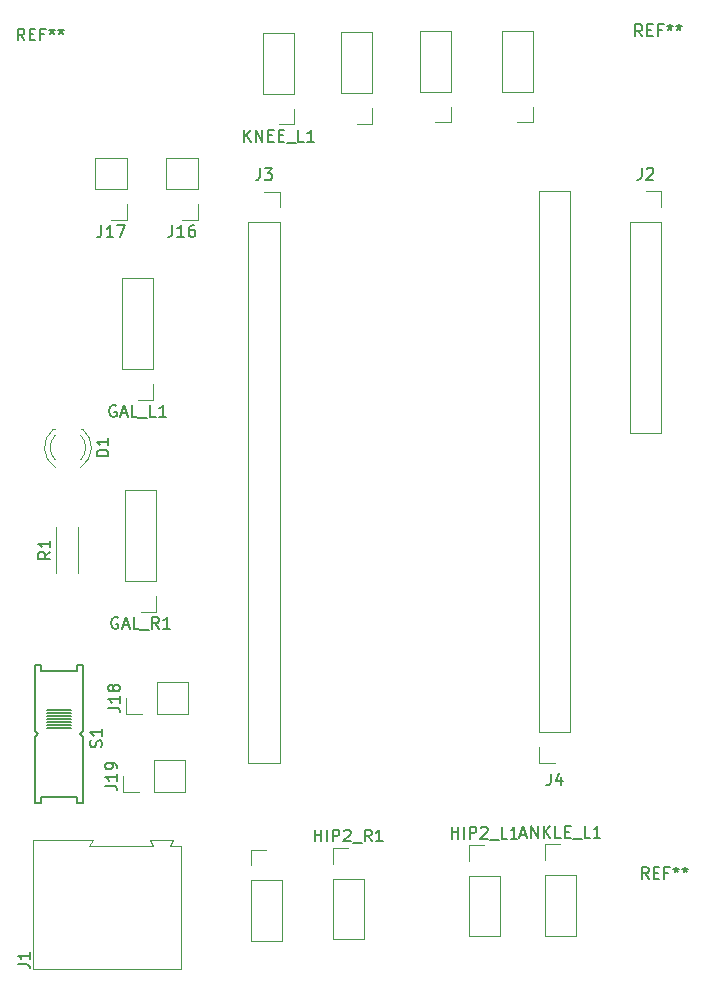
<source format=gbr>
%TF.GenerationSoftware,KiCad,Pcbnew,7.0.1*%
%TF.CreationDate,2023-10-13T19:27:18+02:00*%
%TF.ProjectId,PCB_ESP32,5043425f-4553-4503-9332-2e6b69636164,rev?*%
%TF.SameCoordinates,Original*%
%TF.FileFunction,Legend,Top*%
%TF.FilePolarity,Positive*%
%FSLAX46Y46*%
G04 Gerber Fmt 4.6, Leading zero omitted, Abs format (unit mm)*
G04 Created by KiCad (PCBNEW 7.0.1) date 2023-10-13 19:27:18*
%MOMM*%
%LPD*%
G01*
G04 APERTURE LIST*
%ADD10C,0.150000*%
%ADD11C,0.120000*%
%ADD12C,0.127000*%
G04 APERTURE END LIST*
D10*
%TO.C,J17*%
X103540476Y-106017619D02*
X103540476Y-106731904D01*
X103540476Y-106731904D02*
X103492857Y-106874761D01*
X103492857Y-106874761D02*
X103397619Y-106970000D01*
X103397619Y-106970000D02*
X103254762Y-107017619D01*
X103254762Y-107017619D02*
X103159524Y-107017619D01*
X104540476Y-107017619D02*
X103969048Y-107017619D01*
X104254762Y-107017619D02*
X104254762Y-106017619D01*
X104254762Y-106017619D02*
X104159524Y-106160476D01*
X104159524Y-106160476D02*
X104064286Y-106255714D01*
X104064286Y-106255714D02*
X103969048Y-106303333D01*
X104873810Y-106017619D02*
X105540476Y-106017619D01*
X105540476Y-106017619D02*
X105111905Y-107017619D01*
%TO.C,KNEE_L1*%
X115597619Y-98932619D02*
X115597619Y-97932619D01*
X116169047Y-98932619D02*
X115740476Y-98361190D01*
X116169047Y-97932619D02*
X115597619Y-98504047D01*
X116597619Y-98932619D02*
X116597619Y-97932619D01*
X116597619Y-97932619D02*
X117169047Y-98932619D01*
X117169047Y-98932619D02*
X117169047Y-97932619D01*
X117645238Y-98408809D02*
X117978571Y-98408809D01*
X118121428Y-98932619D02*
X117645238Y-98932619D01*
X117645238Y-98932619D02*
X117645238Y-97932619D01*
X117645238Y-97932619D02*
X118121428Y-97932619D01*
X118550000Y-98408809D02*
X118883333Y-98408809D01*
X119026190Y-98932619D02*
X118550000Y-98932619D01*
X118550000Y-98932619D02*
X118550000Y-97932619D01*
X118550000Y-97932619D02*
X119026190Y-97932619D01*
X119216667Y-99027857D02*
X119978571Y-99027857D01*
X120692857Y-98932619D02*
X120216667Y-98932619D01*
X120216667Y-98932619D02*
X120216667Y-97932619D01*
X121550000Y-98932619D02*
X120978572Y-98932619D01*
X121264286Y-98932619D02*
X121264286Y-97932619D01*
X121264286Y-97932619D02*
X121169048Y-98075476D01*
X121169048Y-98075476D02*
X121073810Y-98170714D01*
X121073810Y-98170714D02*
X120978572Y-98218333D01*
%TO.C,GAL_R1*%
X104921428Y-139230238D02*
X104826190Y-139182619D01*
X104826190Y-139182619D02*
X104683333Y-139182619D01*
X104683333Y-139182619D02*
X104540476Y-139230238D01*
X104540476Y-139230238D02*
X104445238Y-139325476D01*
X104445238Y-139325476D02*
X104397619Y-139420714D01*
X104397619Y-139420714D02*
X104350000Y-139611190D01*
X104350000Y-139611190D02*
X104350000Y-139754047D01*
X104350000Y-139754047D02*
X104397619Y-139944523D01*
X104397619Y-139944523D02*
X104445238Y-140039761D01*
X104445238Y-140039761D02*
X104540476Y-140135000D01*
X104540476Y-140135000D02*
X104683333Y-140182619D01*
X104683333Y-140182619D02*
X104778571Y-140182619D01*
X104778571Y-140182619D02*
X104921428Y-140135000D01*
X104921428Y-140135000D02*
X104969047Y-140087380D01*
X104969047Y-140087380D02*
X104969047Y-139754047D01*
X104969047Y-139754047D02*
X104778571Y-139754047D01*
X105350000Y-139896904D02*
X105826190Y-139896904D01*
X105254762Y-140182619D02*
X105588095Y-139182619D01*
X105588095Y-139182619D02*
X105921428Y-140182619D01*
X106730952Y-140182619D02*
X106254762Y-140182619D01*
X106254762Y-140182619D02*
X106254762Y-139182619D01*
X106826191Y-140277857D02*
X107588095Y-140277857D01*
X108397619Y-140182619D02*
X108064286Y-139706428D01*
X107826191Y-140182619D02*
X107826191Y-139182619D01*
X107826191Y-139182619D02*
X108207143Y-139182619D01*
X108207143Y-139182619D02*
X108302381Y-139230238D01*
X108302381Y-139230238D02*
X108350000Y-139277857D01*
X108350000Y-139277857D02*
X108397619Y-139373095D01*
X108397619Y-139373095D02*
X108397619Y-139515952D01*
X108397619Y-139515952D02*
X108350000Y-139611190D01*
X108350000Y-139611190D02*
X108302381Y-139658809D01*
X108302381Y-139658809D02*
X108207143Y-139706428D01*
X108207143Y-139706428D02*
X107826191Y-139706428D01*
X109350000Y-140182619D02*
X108778572Y-140182619D01*
X109064286Y-140182619D02*
X109064286Y-139182619D01*
X109064286Y-139182619D02*
X108969048Y-139325476D01*
X108969048Y-139325476D02*
X108873810Y-139420714D01*
X108873810Y-139420714D02*
X108778572Y-139468333D01*
%TO.C,J18*%
X104107619Y-146859523D02*
X104821904Y-146859523D01*
X104821904Y-146859523D02*
X104964761Y-146907142D01*
X104964761Y-146907142D02*
X105060000Y-147002380D01*
X105060000Y-147002380D02*
X105107619Y-147145237D01*
X105107619Y-147145237D02*
X105107619Y-147240475D01*
X105107619Y-145859523D02*
X105107619Y-146430951D01*
X105107619Y-146145237D02*
X104107619Y-146145237D01*
X104107619Y-146145237D02*
X104250476Y-146240475D01*
X104250476Y-146240475D02*
X104345714Y-146335713D01*
X104345714Y-146335713D02*
X104393333Y-146430951D01*
X104536190Y-145288094D02*
X104488571Y-145383332D01*
X104488571Y-145383332D02*
X104440952Y-145430951D01*
X104440952Y-145430951D02*
X104345714Y-145478570D01*
X104345714Y-145478570D02*
X104298095Y-145478570D01*
X104298095Y-145478570D02*
X104202857Y-145430951D01*
X104202857Y-145430951D02*
X104155238Y-145383332D01*
X104155238Y-145383332D02*
X104107619Y-145288094D01*
X104107619Y-145288094D02*
X104107619Y-145097618D01*
X104107619Y-145097618D02*
X104155238Y-145002380D01*
X104155238Y-145002380D02*
X104202857Y-144954761D01*
X104202857Y-144954761D02*
X104298095Y-144907142D01*
X104298095Y-144907142D02*
X104345714Y-144907142D01*
X104345714Y-144907142D02*
X104440952Y-144954761D01*
X104440952Y-144954761D02*
X104488571Y-145002380D01*
X104488571Y-145002380D02*
X104536190Y-145097618D01*
X104536190Y-145097618D02*
X104536190Y-145288094D01*
X104536190Y-145288094D02*
X104583809Y-145383332D01*
X104583809Y-145383332D02*
X104631428Y-145430951D01*
X104631428Y-145430951D02*
X104726666Y-145478570D01*
X104726666Y-145478570D02*
X104917142Y-145478570D01*
X104917142Y-145478570D02*
X105012380Y-145430951D01*
X105012380Y-145430951D02*
X105060000Y-145383332D01*
X105060000Y-145383332D02*
X105107619Y-145288094D01*
X105107619Y-145288094D02*
X105107619Y-145097618D01*
X105107619Y-145097618D02*
X105060000Y-145002380D01*
X105060000Y-145002380D02*
X105012380Y-144954761D01*
X105012380Y-144954761D02*
X104917142Y-144907142D01*
X104917142Y-144907142D02*
X104726666Y-144907142D01*
X104726666Y-144907142D02*
X104631428Y-144954761D01*
X104631428Y-144954761D02*
X104583809Y-145002380D01*
X104583809Y-145002380D02*
X104536190Y-145097618D01*
%TO.C,HIP2_L1*%
X133188095Y-157932619D02*
X133188095Y-156932619D01*
X133188095Y-157408809D02*
X133759523Y-157408809D01*
X133759523Y-157932619D02*
X133759523Y-156932619D01*
X134235714Y-157932619D02*
X134235714Y-156932619D01*
X134711904Y-157932619D02*
X134711904Y-156932619D01*
X134711904Y-156932619D02*
X135092856Y-156932619D01*
X135092856Y-156932619D02*
X135188094Y-156980238D01*
X135188094Y-156980238D02*
X135235713Y-157027857D01*
X135235713Y-157027857D02*
X135283332Y-157123095D01*
X135283332Y-157123095D02*
X135283332Y-157265952D01*
X135283332Y-157265952D02*
X135235713Y-157361190D01*
X135235713Y-157361190D02*
X135188094Y-157408809D01*
X135188094Y-157408809D02*
X135092856Y-157456428D01*
X135092856Y-157456428D02*
X134711904Y-157456428D01*
X135664285Y-157027857D02*
X135711904Y-156980238D01*
X135711904Y-156980238D02*
X135807142Y-156932619D01*
X135807142Y-156932619D02*
X136045237Y-156932619D01*
X136045237Y-156932619D02*
X136140475Y-156980238D01*
X136140475Y-156980238D02*
X136188094Y-157027857D01*
X136188094Y-157027857D02*
X136235713Y-157123095D01*
X136235713Y-157123095D02*
X136235713Y-157218333D01*
X136235713Y-157218333D02*
X136188094Y-157361190D01*
X136188094Y-157361190D02*
X135616666Y-157932619D01*
X135616666Y-157932619D02*
X136235713Y-157932619D01*
X136426190Y-158027857D02*
X137188094Y-158027857D01*
X137902380Y-157932619D02*
X137426190Y-157932619D01*
X137426190Y-157932619D02*
X137426190Y-156932619D01*
X138759523Y-157932619D02*
X138188095Y-157932619D01*
X138473809Y-157932619D02*
X138473809Y-156932619D01*
X138473809Y-156932619D02*
X138378571Y-157075476D01*
X138378571Y-157075476D02*
X138283333Y-157170714D01*
X138283333Y-157170714D02*
X138188095Y-157218333D01*
%TO.C,J16*%
X109540476Y-105992619D02*
X109540476Y-106706904D01*
X109540476Y-106706904D02*
X109492857Y-106849761D01*
X109492857Y-106849761D02*
X109397619Y-106945000D01*
X109397619Y-106945000D02*
X109254762Y-106992619D01*
X109254762Y-106992619D02*
X109159524Y-106992619D01*
X110540476Y-106992619D02*
X109969048Y-106992619D01*
X110254762Y-106992619D02*
X110254762Y-105992619D01*
X110254762Y-105992619D02*
X110159524Y-106135476D01*
X110159524Y-106135476D02*
X110064286Y-106230714D01*
X110064286Y-106230714D02*
X109969048Y-106278333D01*
X111397619Y-105992619D02*
X111207143Y-105992619D01*
X111207143Y-105992619D02*
X111111905Y-106040238D01*
X111111905Y-106040238D02*
X111064286Y-106087857D01*
X111064286Y-106087857D02*
X110969048Y-106230714D01*
X110969048Y-106230714D02*
X110921429Y-106421190D01*
X110921429Y-106421190D02*
X110921429Y-106802142D01*
X110921429Y-106802142D02*
X110969048Y-106897380D01*
X110969048Y-106897380D02*
X111016667Y-106945000D01*
X111016667Y-106945000D02*
X111111905Y-106992619D01*
X111111905Y-106992619D02*
X111302381Y-106992619D01*
X111302381Y-106992619D02*
X111397619Y-106945000D01*
X111397619Y-106945000D02*
X111445238Y-106897380D01*
X111445238Y-106897380D02*
X111492857Y-106802142D01*
X111492857Y-106802142D02*
X111492857Y-106564047D01*
X111492857Y-106564047D02*
X111445238Y-106468809D01*
X111445238Y-106468809D02*
X111397619Y-106421190D01*
X111397619Y-106421190D02*
X111302381Y-106373571D01*
X111302381Y-106373571D02*
X111111905Y-106373571D01*
X111111905Y-106373571D02*
X111016667Y-106421190D01*
X111016667Y-106421190D02*
X110969048Y-106468809D01*
X110969048Y-106468809D02*
X110921429Y-106564047D01*
%TO.C,J2*%
X149266666Y-101142619D02*
X149266666Y-101856904D01*
X149266666Y-101856904D02*
X149219047Y-101999761D01*
X149219047Y-101999761D02*
X149123809Y-102095000D01*
X149123809Y-102095000D02*
X148980952Y-102142619D01*
X148980952Y-102142619D02*
X148885714Y-102142619D01*
X149695238Y-101237857D02*
X149742857Y-101190238D01*
X149742857Y-101190238D02*
X149838095Y-101142619D01*
X149838095Y-101142619D02*
X150076190Y-101142619D01*
X150076190Y-101142619D02*
X150171428Y-101190238D01*
X150171428Y-101190238D02*
X150219047Y-101237857D01*
X150219047Y-101237857D02*
X150266666Y-101333095D01*
X150266666Y-101333095D02*
X150266666Y-101428333D01*
X150266666Y-101428333D02*
X150219047Y-101571190D01*
X150219047Y-101571190D02*
X149647619Y-102142619D01*
X149647619Y-102142619D02*
X150266666Y-102142619D01*
%TO.C,J4*%
X141566666Y-152432619D02*
X141566666Y-153146904D01*
X141566666Y-153146904D02*
X141519047Y-153289761D01*
X141519047Y-153289761D02*
X141423809Y-153385000D01*
X141423809Y-153385000D02*
X141280952Y-153432619D01*
X141280952Y-153432619D02*
X141185714Y-153432619D01*
X142471428Y-152765952D02*
X142471428Y-153432619D01*
X142233333Y-152385000D02*
X141995238Y-153099285D01*
X141995238Y-153099285D02*
X142614285Y-153099285D01*
%TO.C,HIP2_R1*%
X121592857Y-158182619D02*
X121592857Y-157182619D01*
X121592857Y-157658809D02*
X122164285Y-157658809D01*
X122164285Y-158182619D02*
X122164285Y-157182619D01*
X122640476Y-158182619D02*
X122640476Y-157182619D01*
X123116666Y-158182619D02*
X123116666Y-157182619D01*
X123116666Y-157182619D02*
X123497618Y-157182619D01*
X123497618Y-157182619D02*
X123592856Y-157230238D01*
X123592856Y-157230238D02*
X123640475Y-157277857D01*
X123640475Y-157277857D02*
X123688094Y-157373095D01*
X123688094Y-157373095D02*
X123688094Y-157515952D01*
X123688094Y-157515952D02*
X123640475Y-157611190D01*
X123640475Y-157611190D02*
X123592856Y-157658809D01*
X123592856Y-157658809D02*
X123497618Y-157706428D01*
X123497618Y-157706428D02*
X123116666Y-157706428D01*
X124069047Y-157277857D02*
X124116666Y-157230238D01*
X124116666Y-157230238D02*
X124211904Y-157182619D01*
X124211904Y-157182619D02*
X124449999Y-157182619D01*
X124449999Y-157182619D02*
X124545237Y-157230238D01*
X124545237Y-157230238D02*
X124592856Y-157277857D01*
X124592856Y-157277857D02*
X124640475Y-157373095D01*
X124640475Y-157373095D02*
X124640475Y-157468333D01*
X124640475Y-157468333D02*
X124592856Y-157611190D01*
X124592856Y-157611190D02*
X124021428Y-158182619D01*
X124021428Y-158182619D02*
X124640475Y-158182619D01*
X124830952Y-158277857D02*
X125592856Y-158277857D01*
X126402380Y-158182619D02*
X126069047Y-157706428D01*
X125830952Y-158182619D02*
X125830952Y-157182619D01*
X125830952Y-157182619D02*
X126211904Y-157182619D01*
X126211904Y-157182619D02*
X126307142Y-157230238D01*
X126307142Y-157230238D02*
X126354761Y-157277857D01*
X126354761Y-157277857D02*
X126402380Y-157373095D01*
X126402380Y-157373095D02*
X126402380Y-157515952D01*
X126402380Y-157515952D02*
X126354761Y-157611190D01*
X126354761Y-157611190D02*
X126307142Y-157658809D01*
X126307142Y-157658809D02*
X126211904Y-157706428D01*
X126211904Y-157706428D02*
X125830952Y-157706428D01*
X127354761Y-158182619D02*
X126783333Y-158182619D01*
X127069047Y-158182619D02*
X127069047Y-157182619D01*
X127069047Y-157182619D02*
X126973809Y-157325476D01*
X126973809Y-157325476D02*
X126878571Y-157420714D01*
X126878571Y-157420714D02*
X126783333Y-157468333D01*
%TO.C,D1*%
X104122619Y-125568094D02*
X103122619Y-125568094D01*
X103122619Y-125568094D02*
X103122619Y-125329999D01*
X103122619Y-125329999D02*
X103170238Y-125187142D01*
X103170238Y-125187142D02*
X103265476Y-125091904D01*
X103265476Y-125091904D02*
X103360714Y-125044285D01*
X103360714Y-125044285D02*
X103551190Y-124996666D01*
X103551190Y-124996666D02*
X103694047Y-124996666D01*
X103694047Y-124996666D02*
X103884523Y-125044285D01*
X103884523Y-125044285D02*
X103979761Y-125091904D01*
X103979761Y-125091904D02*
X104075000Y-125187142D01*
X104075000Y-125187142D02*
X104122619Y-125329999D01*
X104122619Y-125329999D02*
X104122619Y-125568094D01*
X104122619Y-124044285D02*
X104122619Y-124615713D01*
X104122619Y-124329999D02*
X103122619Y-124329999D01*
X103122619Y-124329999D02*
X103265476Y-124425237D01*
X103265476Y-124425237D02*
X103360714Y-124520475D01*
X103360714Y-124520475D02*
X103408333Y-124615713D01*
%TO.C,J1*%
X96472619Y-168553333D02*
X97186904Y-168553333D01*
X97186904Y-168553333D02*
X97329761Y-168600952D01*
X97329761Y-168600952D02*
X97425000Y-168696190D01*
X97425000Y-168696190D02*
X97472619Y-168839047D01*
X97472619Y-168839047D02*
X97472619Y-168934285D01*
X97472619Y-167553333D02*
X97472619Y-168124761D01*
X97472619Y-167839047D02*
X96472619Y-167839047D01*
X96472619Y-167839047D02*
X96615476Y-167934285D01*
X96615476Y-167934285D02*
X96710714Y-168029523D01*
X96710714Y-168029523D02*
X96758333Y-168124761D01*
%TO.C,REF\u002A\u002A*%
X97016666Y-90362619D02*
X96683333Y-89886428D01*
X96445238Y-90362619D02*
X96445238Y-89362619D01*
X96445238Y-89362619D02*
X96826190Y-89362619D01*
X96826190Y-89362619D02*
X96921428Y-89410238D01*
X96921428Y-89410238D02*
X96969047Y-89457857D01*
X96969047Y-89457857D02*
X97016666Y-89553095D01*
X97016666Y-89553095D02*
X97016666Y-89695952D01*
X97016666Y-89695952D02*
X96969047Y-89791190D01*
X96969047Y-89791190D02*
X96921428Y-89838809D01*
X96921428Y-89838809D02*
X96826190Y-89886428D01*
X96826190Y-89886428D02*
X96445238Y-89886428D01*
X97445238Y-89838809D02*
X97778571Y-89838809D01*
X97921428Y-90362619D02*
X97445238Y-90362619D01*
X97445238Y-90362619D02*
X97445238Y-89362619D01*
X97445238Y-89362619D02*
X97921428Y-89362619D01*
X98683333Y-89838809D02*
X98350000Y-89838809D01*
X98350000Y-90362619D02*
X98350000Y-89362619D01*
X98350000Y-89362619D02*
X98826190Y-89362619D01*
X99350000Y-89362619D02*
X99350000Y-89600714D01*
X99111905Y-89505476D02*
X99350000Y-89600714D01*
X99350000Y-89600714D02*
X99588095Y-89505476D01*
X99207143Y-89791190D02*
X99350000Y-89600714D01*
X99350000Y-89600714D02*
X99492857Y-89791190D01*
X100111905Y-89362619D02*
X100111905Y-89600714D01*
X99873810Y-89505476D02*
X100111905Y-89600714D01*
X100111905Y-89600714D02*
X100350000Y-89505476D01*
X99969048Y-89791190D02*
X100111905Y-89600714D01*
X100111905Y-89600714D02*
X100254762Y-89791190D01*
X149316666Y-90012619D02*
X148983333Y-89536428D01*
X148745238Y-90012619D02*
X148745238Y-89012619D01*
X148745238Y-89012619D02*
X149126190Y-89012619D01*
X149126190Y-89012619D02*
X149221428Y-89060238D01*
X149221428Y-89060238D02*
X149269047Y-89107857D01*
X149269047Y-89107857D02*
X149316666Y-89203095D01*
X149316666Y-89203095D02*
X149316666Y-89345952D01*
X149316666Y-89345952D02*
X149269047Y-89441190D01*
X149269047Y-89441190D02*
X149221428Y-89488809D01*
X149221428Y-89488809D02*
X149126190Y-89536428D01*
X149126190Y-89536428D02*
X148745238Y-89536428D01*
X149745238Y-89488809D02*
X150078571Y-89488809D01*
X150221428Y-90012619D02*
X149745238Y-90012619D01*
X149745238Y-90012619D02*
X149745238Y-89012619D01*
X149745238Y-89012619D02*
X150221428Y-89012619D01*
X150983333Y-89488809D02*
X150650000Y-89488809D01*
X150650000Y-90012619D02*
X150650000Y-89012619D01*
X150650000Y-89012619D02*
X151126190Y-89012619D01*
X151650000Y-89012619D02*
X151650000Y-89250714D01*
X151411905Y-89155476D02*
X151650000Y-89250714D01*
X151650000Y-89250714D02*
X151888095Y-89155476D01*
X151507143Y-89441190D02*
X151650000Y-89250714D01*
X151650000Y-89250714D02*
X151792857Y-89441190D01*
X152411905Y-89012619D02*
X152411905Y-89250714D01*
X152173810Y-89155476D02*
X152411905Y-89250714D01*
X152411905Y-89250714D02*
X152650000Y-89155476D01*
X152269048Y-89441190D02*
X152411905Y-89250714D01*
X152411905Y-89250714D02*
X152554762Y-89441190D01*
%TO.C,ANKLE_L1*%
X139019047Y-157596904D02*
X139495237Y-157596904D01*
X138923809Y-157882619D02*
X139257142Y-156882619D01*
X139257142Y-156882619D02*
X139590475Y-157882619D01*
X139923809Y-157882619D02*
X139923809Y-156882619D01*
X139923809Y-156882619D02*
X140495237Y-157882619D01*
X140495237Y-157882619D02*
X140495237Y-156882619D01*
X140971428Y-157882619D02*
X140971428Y-156882619D01*
X141542856Y-157882619D02*
X141114285Y-157311190D01*
X141542856Y-156882619D02*
X140971428Y-157454047D01*
X142447618Y-157882619D02*
X141971428Y-157882619D01*
X141971428Y-157882619D02*
X141971428Y-156882619D01*
X142780952Y-157358809D02*
X143114285Y-157358809D01*
X143257142Y-157882619D02*
X142780952Y-157882619D01*
X142780952Y-157882619D02*
X142780952Y-156882619D01*
X142780952Y-156882619D02*
X143257142Y-156882619D01*
X143447619Y-157977857D02*
X144209523Y-157977857D01*
X144923809Y-157882619D02*
X144447619Y-157882619D01*
X144447619Y-157882619D02*
X144447619Y-156882619D01*
X145780952Y-157882619D02*
X145209524Y-157882619D01*
X145495238Y-157882619D02*
X145495238Y-156882619D01*
X145495238Y-156882619D02*
X145400000Y-157025476D01*
X145400000Y-157025476D02*
X145304762Y-157120714D01*
X145304762Y-157120714D02*
X145209524Y-157168333D01*
%TO.C,GAL_L1*%
X104766666Y-121280238D02*
X104671428Y-121232619D01*
X104671428Y-121232619D02*
X104528571Y-121232619D01*
X104528571Y-121232619D02*
X104385714Y-121280238D01*
X104385714Y-121280238D02*
X104290476Y-121375476D01*
X104290476Y-121375476D02*
X104242857Y-121470714D01*
X104242857Y-121470714D02*
X104195238Y-121661190D01*
X104195238Y-121661190D02*
X104195238Y-121804047D01*
X104195238Y-121804047D02*
X104242857Y-121994523D01*
X104242857Y-121994523D02*
X104290476Y-122089761D01*
X104290476Y-122089761D02*
X104385714Y-122185000D01*
X104385714Y-122185000D02*
X104528571Y-122232619D01*
X104528571Y-122232619D02*
X104623809Y-122232619D01*
X104623809Y-122232619D02*
X104766666Y-122185000D01*
X104766666Y-122185000D02*
X104814285Y-122137380D01*
X104814285Y-122137380D02*
X104814285Y-121804047D01*
X104814285Y-121804047D02*
X104623809Y-121804047D01*
X105195238Y-121946904D02*
X105671428Y-121946904D01*
X105100000Y-122232619D02*
X105433333Y-121232619D01*
X105433333Y-121232619D02*
X105766666Y-122232619D01*
X106576190Y-122232619D02*
X106100000Y-122232619D01*
X106100000Y-122232619D02*
X106100000Y-121232619D01*
X106671429Y-122327857D02*
X107433333Y-122327857D01*
X108147619Y-122232619D02*
X107671429Y-122232619D01*
X107671429Y-122232619D02*
X107671429Y-121232619D01*
X109004762Y-122232619D02*
X108433334Y-122232619D01*
X108719048Y-122232619D02*
X108719048Y-121232619D01*
X108719048Y-121232619D02*
X108623810Y-121375476D01*
X108623810Y-121375476D02*
X108528572Y-121470714D01*
X108528572Y-121470714D02*
X108433334Y-121518333D01*
%TO.C,S1*%
X103540000Y-150192904D02*
X103587619Y-150050047D01*
X103587619Y-150050047D02*
X103587619Y-149811952D01*
X103587619Y-149811952D02*
X103540000Y-149716714D01*
X103540000Y-149716714D02*
X103492380Y-149669095D01*
X103492380Y-149669095D02*
X103397142Y-149621476D01*
X103397142Y-149621476D02*
X103301904Y-149621476D01*
X103301904Y-149621476D02*
X103206666Y-149669095D01*
X103206666Y-149669095D02*
X103159047Y-149716714D01*
X103159047Y-149716714D02*
X103111428Y-149811952D01*
X103111428Y-149811952D02*
X103063809Y-150002428D01*
X103063809Y-150002428D02*
X103016190Y-150097666D01*
X103016190Y-150097666D02*
X102968571Y-150145285D01*
X102968571Y-150145285D02*
X102873333Y-150192904D01*
X102873333Y-150192904D02*
X102778095Y-150192904D01*
X102778095Y-150192904D02*
X102682857Y-150145285D01*
X102682857Y-150145285D02*
X102635238Y-150097666D01*
X102635238Y-150097666D02*
X102587619Y-150002428D01*
X102587619Y-150002428D02*
X102587619Y-149764333D01*
X102587619Y-149764333D02*
X102635238Y-149621476D01*
X103587619Y-148669095D02*
X103587619Y-149240523D01*
X103587619Y-148954809D02*
X102587619Y-148954809D01*
X102587619Y-148954809D02*
X102730476Y-149050047D01*
X102730476Y-149050047D02*
X102825714Y-149145285D01*
X102825714Y-149145285D02*
X102873333Y-149240523D01*
%TO.C,J3*%
X116961666Y-101192619D02*
X116961666Y-101906904D01*
X116961666Y-101906904D02*
X116914047Y-102049761D01*
X116914047Y-102049761D02*
X116818809Y-102145000D01*
X116818809Y-102145000D02*
X116675952Y-102192619D01*
X116675952Y-102192619D02*
X116580714Y-102192619D01*
X117342619Y-101192619D02*
X117961666Y-101192619D01*
X117961666Y-101192619D02*
X117628333Y-101573571D01*
X117628333Y-101573571D02*
X117771190Y-101573571D01*
X117771190Y-101573571D02*
X117866428Y-101621190D01*
X117866428Y-101621190D02*
X117914047Y-101668809D01*
X117914047Y-101668809D02*
X117961666Y-101764047D01*
X117961666Y-101764047D02*
X117961666Y-102002142D01*
X117961666Y-102002142D02*
X117914047Y-102097380D01*
X117914047Y-102097380D02*
X117866428Y-102145000D01*
X117866428Y-102145000D02*
X117771190Y-102192619D01*
X117771190Y-102192619D02*
X117485476Y-102192619D01*
X117485476Y-102192619D02*
X117390238Y-102145000D01*
X117390238Y-102145000D02*
X117342619Y-102097380D01*
%TO.C,R1*%
X99192619Y-133666666D02*
X98716428Y-133999999D01*
X99192619Y-134238094D02*
X98192619Y-134238094D01*
X98192619Y-134238094D02*
X98192619Y-133857142D01*
X98192619Y-133857142D02*
X98240238Y-133761904D01*
X98240238Y-133761904D02*
X98287857Y-133714285D01*
X98287857Y-133714285D02*
X98383095Y-133666666D01*
X98383095Y-133666666D02*
X98525952Y-133666666D01*
X98525952Y-133666666D02*
X98621190Y-133714285D01*
X98621190Y-133714285D02*
X98668809Y-133761904D01*
X98668809Y-133761904D02*
X98716428Y-133857142D01*
X98716428Y-133857142D02*
X98716428Y-134238094D01*
X99192619Y-132714285D02*
X99192619Y-133285713D01*
X99192619Y-132999999D02*
X98192619Y-132999999D01*
X98192619Y-132999999D02*
X98335476Y-133095237D01*
X98335476Y-133095237D02*
X98430714Y-133190475D01*
X98430714Y-133190475D02*
X98478333Y-133285713D01*
%TO.C,REF\u002A\u002A*%
X149866666Y-161362619D02*
X149533333Y-160886428D01*
X149295238Y-161362619D02*
X149295238Y-160362619D01*
X149295238Y-160362619D02*
X149676190Y-160362619D01*
X149676190Y-160362619D02*
X149771428Y-160410238D01*
X149771428Y-160410238D02*
X149819047Y-160457857D01*
X149819047Y-160457857D02*
X149866666Y-160553095D01*
X149866666Y-160553095D02*
X149866666Y-160695952D01*
X149866666Y-160695952D02*
X149819047Y-160791190D01*
X149819047Y-160791190D02*
X149771428Y-160838809D01*
X149771428Y-160838809D02*
X149676190Y-160886428D01*
X149676190Y-160886428D02*
X149295238Y-160886428D01*
X150295238Y-160838809D02*
X150628571Y-160838809D01*
X150771428Y-161362619D02*
X150295238Y-161362619D01*
X150295238Y-161362619D02*
X150295238Y-160362619D01*
X150295238Y-160362619D02*
X150771428Y-160362619D01*
X151533333Y-160838809D02*
X151200000Y-160838809D01*
X151200000Y-161362619D02*
X151200000Y-160362619D01*
X151200000Y-160362619D02*
X151676190Y-160362619D01*
X152200000Y-160362619D02*
X152200000Y-160600714D01*
X151961905Y-160505476D02*
X152200000Y-160600714D01*
X152200000Y-160600714D02*
X152438095Y-160505476D01*
X152057143Y-160791190D02*
X152200000Y-160600714D01*
X152200000Y-160600714D02*
X152342857Y-160791190D01*
X152961905Y-160362619D02*
X152961905Y-160600714D01*
X152723810Y-160505476D02*
X152961905Y-160600714D01*
X152961905Y-160600714D02*
X153200000Y-160505476D01*
X152819048Y-160791190D02*
X152961905Y-160600714D01*
X152961905Y-160600714D02*
X153104762Y-160791190D01*
%TO.C,J19*%
X103857619Y-153459523D02*
X104571904Y-153459523D01*
X104571904Y-153459523D02*
X104714761Y-153507142D01*
X104714761Y-153507142D02*
X104810000Y-153602380D01*
X104810000Y-153602380D02*
X104857619Y-153745237D01*
X104857619Y-153745237D02*
X104857619Y-153840475D01*
X104857619Y-152459523D02*
X104857619Y-153030951D01*
X104857619Y-152745237D02*
X103857619Y-152745237D01*
X103857619Y-152745237D02*
X104000476Y-152840475D01*
X104000476Y-152840475D02*
X104095714Y-152935713D01*
X104095714Y-152935713D02*
X104143333Y-153030951D01*
X104857619Y-151983332D02*
X104857619Y-151792856D01*
X104857619Y-151792856D02*
X104810000Y-151697618D01*
X104810000Y-151697618D02*
X104762380Y-151649999D01*
X104762380Y-151649999D02*
X104619523Y-151554761D01*
X104619523Y-151554761D02*
X104429047Y-151507142D01*
X104429047Y-151507142D02*
X104048095Y-151507142D01*
X104048095Y-151507142D02*
X103952857Y-151554761D01*
X103952857Y-151554761D02*
X103905238Y-151602380D01*
X103905238Y-151602380D02*
X103857619Y-151697618D01*
X103857619Y-151697618D02*
X103857619Y-151888094D01*
X103857619Y-151888094D02*
X103905238Y-151983332D01*
X103905238Y-151983332D02*
X103952857Y-152030951D01*
X103952857Y-152030951D02*
X104048095Y-152078570D01*
X104048095Y-152078570D02*
X104286190Y-152078570D01*
X104286190Y-152078570D02*
X104381428Y-152030951D01*
X104381428Y-152030951D02*
X104429047Y-151983332D01*
X104429047Y-151983332D02*
X104476666Y-151888094D01*
X104476666Y-151888094D02*
X104476666Y-151697618D01*
X104476666Y-151697618D02*
X104429047Y-151602380D01*
X104429047Y-151602380D02*
X104381428Y-151554761D01*
X104381428Y-151554761D02*
X104286190Y-151507142D01*
D11*
%TO.C,J17*%
X105680000Y-105555000D02*
X104350000Y-105555000D01*
X105680000Y-104225000D02*
X105680000Y-105555000D01*
X105680000Y-102955000D02*
X105680000Y-100355000D01*
X105680000Y-102955000D02*
X103020000Y-102955000D01*
X105680000Y-100355000D02*
X103020000Y-100355000D01*
X103020000Y-102955000D02*
X103020000Y-100355000D01*
%TO.C,KNEE_L1*%
X119880000Y-97470000D02*
X118550000Y-97470000D01*
X119880000Y-96140000D02*
X119880000Y-97470000D01*
X119880000Y-94870000D02*
X119880000Y-89730000D01*
X119880000Y-94870000D02*
X117220000Y-94870000D01*
X119880000Y-89730000D02*
X117220000Y-89730000D01*
X117220000Y-94870000D02*
X117220000Y-89730000D01*
%TO.C,GAL_R1*%
X108180000Y-138720000D02*
X106850000Y-138720000D01*
X108180000Y-137390000D02*
X108180000Y-138720000D01*
X108180000Y-136120000D02*
X108180000Y-128440000D01*
X108180000Y-136120000D02*
X105520000Y-136120000D01*
X108180000Y-128440000D02*
X105520000Y-128440000D01*
X105520000Y-136120000D02*
X105520000Y-128440000D01*
%TO.C,J18*%
X105645000Y-147380000D02*
X105645000Y-146050000D01*
X106975000Y-147380000D02*
X105645000Y-147380000D01*
X108245000Y-147380000D02*
X110845000Y-147380000D01*
X108245000Y-147380000D02*
X108245000Y-144720000D01*
X110845000Y-147380000D02*
X110845000Y-144720000D01*
X108245000Y-144720000D02*
X110845000Y-144720000D01*
%TO.C,HIP2_L1*%
X134620000Y-158470000D02*
X135950000Y-158470000D01*
X134620000Y-159800000D02*
X134620000Y-158470000D01*
X134620000Y-161070000D02*
X134620000Y-166210000D01*
X134620000Y-161070000D02*
X137280000Y-161070000D01*
X134620000Y-166210000D02*
X137280000Y-166210000D01*
X137280000Y-161070000D02*
X137280000Y-166210000D01*
%TO.C,J16*%
X111680000Y-105530000D02*
X110350000Y-105530000D01*
X111680000Y-104200000D02*
X111680000Y-105530000D01*
X111680000Y-102930000D02*
X111680000Y-100330000D01*
X111680000Y-102930000D02*
X109020000Y-102930000D01*
X111680000Y-100330000D02*
X109020000Y-100330000D01*
X109020000Y-102930000D02*
X109020000Y-100330000D01*
%TO.C,J2*%
X148270000Y-105720000D02*
X148270000Y-123560000D01*
X148270000Y-105720000D02*
X150930000Y-105720000D01*
X148270000Y-123560000D02*
X150930000Y-123560000D01*
X149600000Y-103120000D02*
X150930000Y-103120000D01*
X150930000Y-103120000D02*
X150930000Y-104450000D01*
X150930000Y-105720000D02*
X150930000Y-123560000D01*
%TO.C,J4*%
X143230000Y-148930000D02*
X143230000Y-103150000D01*
X143230000Y-148930000D02*
X140570000Y-148930000D01*
X143230000Y-103150000D02*
X140570000Y-103150000D01*
X141900000Y-151530000D02*
X140570000Y-151530000D01*
X140570000Y-151530000D02*
X140570000Y-150200000D01*
X140570000Y-148930000D02*
X140570000Y-103150000D01*
%TO.C,HIP2_R1*%
X123120000Y-158720000D02*
X124450000Y-158720000D01*
X123120000Y-160050000D02*
X123120000Y-158720000D01*
X123120000Y-161320000D02*
X123120000Y-166460000D01*
X123120000Y-161320000D02*
X125780000Y-161320000D01*
X123120000Y-166460000D02*
X125780000Y-166460000D01*
X125780000Y-161320000D02*
X125780000Y-166460000D01*
%TO.C,HIP_R1*%
X118830000Y-161470000D02*
X118830000Y-166610000D01*
X116170000Y-166610000D02*
X118830000Y-166610000D01*
X116170000Y-161470000D02*
X118830000Y-161470000D01*
X116170000Y-161470000D02*
X116170000Y-166610000D01*
X116170000Y-160200000D02*
X116170000Y-158870000D01*
X116170000Y-158870000D02*
X117500000Y-158870000D01*
%TO.C,KNEE_R1*%
X133130000Y-97310000D02*
X131800000Y-97310000D01*
X133130000Y-95980000D02*
X133130000Y-97310000D01*
X133130000Y-94710000D02*
X133130000Y-89570000D01*
X133130000Y-94710000D02*
X130470000Y-94710000D01*
X133130000Y-89570000D02*
X130470000Y-89570000D01*
X130470000Y-94710000D02*
X130470000Y-89570000D01*
%TO.C,D1*%
X101936000Y-123270000D02*
X101780000Y-123270000D01*
X99620000Y-123270000D02*
X99464000Y-123270000D01*
X101778608Y-126502334D02*
G75*
G03*
X101935515Y-123270001I-1078608J1672334D01*
G01*
X101779836Y-125871129D02*
G75*
G03*
X101779999Y-123789040I-1079836J1041129D01*
G01*
X99620001Y-123789040D02*
G75*
G03*
X99620164Y-125871129I1079999J-1040960D01*
G01*
X99464485Y-123270001D02*
G75*
G03*
X99621392Y-126502334I1235515J-1559999D01*
G01*
%TO.C,J1*%
X97700000Y-168950000D02*
X110300000Y-168950000D01*
X110300000Y-168950000D02*
X110300000Y-158600000D01*
X102500000Y-158600000D02*
X102800000Y-158100000D01*
X107900000Y-158600000D02*
X102500000Y-158600000D01*
X109350000Y-158600000D02*
X109600000Y-158100000D01*
X110300000Y-158600000D02*
X109350000Y-158600000D01*
X97700000Y-158100000D02*
X97700000Y-168950000D01*
X102800000Y-158100000D02*
X97700000Y-158100000D01*
X107650000Y-158100000D02*
X107900000Y-158600000D01*
X107700000Y-158100000D02*
X107650000Y-158100000D01*
X109600000Y-158100000D02*
X107700000Y-158100000D01*
%TO.C,ANKLE_L1*%
X143730000Y-161020000D02*
X143730000Y-166160000D01*
X141070000Y-166160000D02*
X143730000Y-166160000D01*
X141070000Y-161020000D02*
X143730000Y-161020000D01*
X141070000Y-161020000D02*
X141070000Y-166160000D01*
X141070000Y-159750000D02*
X141070000Y-158420000D01*
X141070000Y-158420000D02*
X142400000Y-158420000D01*
%TO.C,GAL_L1*%
X107930000Y-120770000D02*
X106600000Y-120770000D01*
X107930000Y-119440000D02*
X107930000Y-120770000D01*
X107930000Y-118170000D02*
X107930000Y-110490000D01*
X107930000Y-118170000D02*
X105270000Y-118170000D01*
X107930000Y-110490000D02*
X105270000Y-110490000D01*
X105270000Y-118170000D02*
X105270000Y-110490000D01*
D12*
%TO.C,S1*%
X101982000Y-143208000D02*
X101982000Y-148796000D01*
X101474000Y-143208000D02*
X101982000Y-143208000D01*
X98426000Y-143208000D02*
X98426000Y-143716000D01*
X97918000Y-143208000D02*
X98426000Y-143208000D01*
X101474000Y-143716000D02*
X101474000Y-143208000D01*
X98426000Y-143716000D02*
X101474000Y-143716000D01*
X100966000Y-147018000D02*
X98934000Y-147018000D01*
X98934000Y-147272000D02*
X100966000Y-147272000D01*
X100966000Y-147526000D02*
X98934000Y-147526000D01*
X98934000Y-147780000D02*
X100966000Y-147780000D01*
X100966000Y-148034000D02*
X98934000Y-148034000D01*
X98934000Y-148288000D02*
X100966000Y-148288000D01*
X100966000Y-148542000D02*
X98934000Y-148542000D01*
X101982000Y-148796000D02*
X101728000Y-149050000D01*
X97918000Y-148796000D02*
X97918000Y-143208000D01*
X101728000Y-149050000D02*
X101982000Y-149304000D01*
X98172000Y-149050000D02*
X97918000Y-148796000D01*
X101982000Y-149304000D02*
X101982000Y-154892000D01*
X97918000Y-149304000D02*
X98172000Y-149050000D01*
X101474000Y-154384000D02*
X98426000Y-154384000D01*
X98426000Y-154384000D02*
X98426000Y-154892000D01*
X101982000Y-154892000D02*
X101474000Y-154892000D01*
X101474000Y-154892000D02*
X101474000Y-154384000D01*
X98426000Y-154892000D02*
X97918000Y-154892000D01*
X97918000Y-154892000D02*
X97918000Y-149304000D01*
D11*
%TO.C,HIP_L1*%
X137420000Y-94710000D02*
X137420000Y-89570000D01*
X140080000Y-89570000D02*
X137420000Y-89570000D01*
X140080000Y-94710000D02*
X137420000Y-94710000D01*
X140080000Y-94710000D02*
X140080000Y-89570000D01*
X140080000Y-95980000D02*
X140080000Y-97310000D01*
X140080000Y-97310000D02*
X138750000Y-97310000D01*
%TO.C,ANKLE_R1*%
X126480000Y-97410000D02*
X125150000Y-97410000D01*
X126480000Y-96080000D02*
X126480000Y-97410000D01*
X126480000Y-94810000D02*
X126480000Y-89670000D01*
X126480000Y-94810000D02*
X123820000Y-94810000D01*
X126480000Y-89670000D02*
X123820000Y-89670000D01*
X123820000Y-94810000D02*
X123820000Y-89670000D01*
%TO.C,J3*%
X115965000Y-105770000D02*
X115965000Y-151550000D01*
X115965000Y-105770000D02*
X118625000Y-105770000D01*
X115965000Y-151550000D02*
X118625000Y-151550000D01*
X117295000Y-103170000D02*
X118625000Y-103170000D01*
X118625000Y-103170000D02*
X118625000Y-104500000D01*
X118625000Y-105770000D02*
X118625000Y-151550000D01*
%TO.C,R1*%
X99730000Y-135420000D02*
X99730000Y-131580000D01*
X101570000Y-135420000D02*
X101570000Y-131580000D01*
%TO.C,J19*%
X105395000Y-153980000D02*
X105395000Y-152650000D01*
X106725000Y-153980000D02*
X105395000Y-153980000D01*
X107995000Y-153980000D02*
X110595000Y-153980000D01*
X107995000Y-153980000D02*
X107995000Y-151320000D01*
X110595000Y-153980000D02*
X110595000Y-151320000D01*
X107995000Y-151320000D02*
X110595000Y-151320000D01*
%TD*%
M02*

</source>
